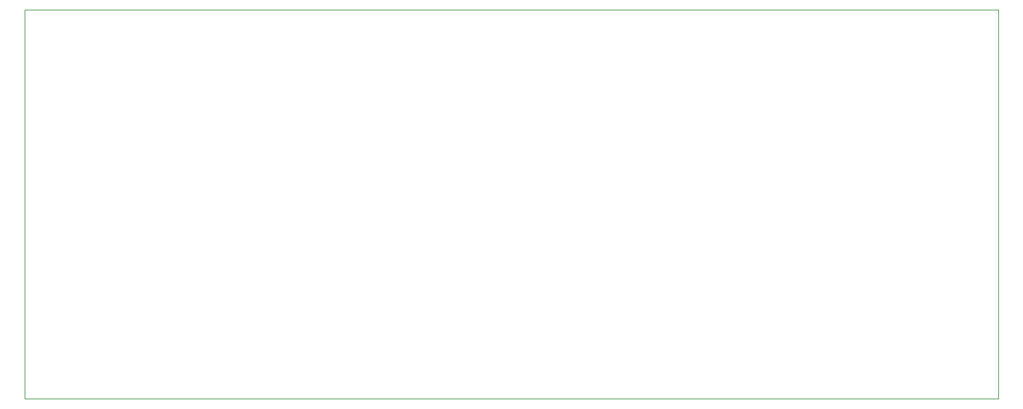
<source format=gbr>
G04 (created by PCBNEW (2013-07-07 BZR 4022)-stable) date 6/29/2014 7:37:07 PM*
%MOIN*%
G04 Gerber Fmt 3.4, Leading zero omitted, Abs format*
%FSLAX34Y34*%
G01*
G70*
G90*
G04 APERTURE LIST*
%ADD10C,0.001*%
%ADD11C,0.00393701*%
G04 APERTURE END LIST*
G54D10*
G54D11*
X0Y0D02*
X0Y20000D01*
X50000Y0D02*
X0Y0D01*
X50000Y20000D02*
X50000Y0D01*
X0Y20000D02*
X50000Y20000D01*
M02*

</source>
